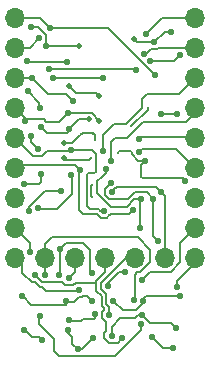
<source format=gbr>
%TF.GenerationSoftware,KiCad,Pcbnew,8.0.3+1*%
%TF.CreationDate,2024-06-24T22:52:21-04:00*%
%TF.ProjectId,RP2040_ZERO_REV,52503230-3430-45f5-9a45-524f5f524556,rev?*%
%TF.SameCoordinates,Original*%
%TF.FileFunction,Copper,L1,Top*%
%TF.FilePolarity,Positive*%
%FSLAX46Y46*%
G04 Gerber Fmt 4.6, Leading zero omitted, Abs format (unit mm)*
G04 Created by KiCad (PCBNEW 8.0.3+1) date 2024-06-24 22:52:21*
%MOMM*%
%LPD*%
G01*
G04 APERTURE LIST*
%TA.AperFunction,SMDPad,CuDef*%
%ADD10O,1.700000X1.700000*%
%TD*%
%TA.AperFunction,ViaPad*%
%ADD11C,0.300000*%
%TD*%
%TA.AperFunction,ViaPad*%
%ADD12C,0.500000*%
%TD*%
%TA.AperFunction,ViaPad*%
%ADD13C,0.590000*%
%TD*%
%TA.AperFunction,Conductor*%
%ADD14C,0.190000*%
%TD*%
G04 APERTURE END LIST*
D10*
%TO.P,,17*%
%TO.N,R17*%
X167640000Y-88530000D03*
%TD*%
%TO.P,,14*%
%TO.N,R14*%
X165100000Y-93610000D03*
%TD*%
%TO.P,,4*%
%TO.N,R4*%
X152400000Y-80910000D03*
%TD*%
%TO.P,,10*%
%TO.N,R10*%
X154940000Y-93610000D03*
%TD*%
%TO.P,,8*%
%TO.N,R8*%
X152400000Y-91070000D03*
%TD*%
%TO.P,,16*%
%TO.N,R16*%
X167640000Y-91070000D03*
%TD*%
%TO.P,,7*%
%TO.N,R7*%
X152400000Y-88530000D03*
%TD*%
%TO.P,,13*%
%TO.N,R13*%
X162560000Y-93610000D03*
%TD*%
%TO.P,,9*%
%TO.N,R9*%
X152400000Y-93610000D03*
%TD*%
%TO.P,,19*%
%TO.N,R19*%
X167640000Y-83450000D03*
%TD*%
%TO.P,,15*%
%TO.N,R15*%
X167640000Y-93610000D03*
%TD*%
%TO.P,,11*%
%TO.N,R11*%
X157480000Y-93610000D03*
%TD*%
%TO.P,,1*%
%TO.N,R1*%
X152400000Y-73290000D03*
%TD*%
%TO.P,,22*%
%TO.N,R22*%
X167640000Y-75830000D03*
%TD*%
%TO.P,,20*%
%TO.N,R20*%
X167640000Y-80910000D03*
%TD*%
%TO.P,,5*%
%TO.N,R5*%
X152400000Y-83450000D03*
%TD*%
%TO.P,,23*%
%TO.N,R23*%
X167640000Y-73290000D03*
%TD*%
%TO.P,,21*%
%TO.N,R21*%
X167640000Y-78370000D03*
%TD*%
%TO.P,,18*%
%TO.N,R18*%
X167640000Y-85990000D03*
%TD*%
%TO.P,,6*%
%TO.N,R6*%
X152400000Y-85990000D03*
%TD*%
%TO.P,,3*%
%TO.N,R3*%
X152400000Y-78370000D03*
%TD*%
%TO.P,,2*%
%TO.N,R2*%
X152400000Y-75830000D03*
%TD*%
%TO.P,,12*%
%TO.N,R12*%
X160020000Y-93610000D03*
%TD*%
D11*
%TO.N,R2*%
X162242592Y-82442592D03*
X163623841Y-80911744D03*
D12*
%TO.N,RX*%
X156990000Y-79070000D03*
X159490000Y-79850000D03*
D11*
%TO.N,R21*%
X162725002Y-81344999D03*
D12*
%TO.N,GND*%
X158655000Y-81865000D03*
%TO.N,5V*%
X162446697Y-75056697D03*
%TO.N,TX*%
X157810000Y-75640000D03*
D11*
%TO.N,SDA*%
X159160000Y-83635000D03*
D12*
X156571697Y-83838303D03*
%TO.N,R4*%
X159550000Y-81970000D03*
%TO.N,SCL*%
X156570000Y-85165000D03*
D11*
X158815000Y-85140000D03*
%TO.N,P20*%
X161110000Y-84705000D03*
D13*
%TO.N,P19*%
X160095000Y-86095319D03*
D11*
%TO.N,P5*%
X158925000Y-88405000D03*
X158925000Y-87385000D03*
D13*
%TO.N,GND*%
X154510000Y-80880000D03*
X163850001Y-76919757D03*
X157000000Y-82713614D03*
X166360000Y-76430000D03*
X153510000Y-79470000D03*
X154626587Y-82493019D03*
%TO.N,5V*%
X165610000Y-74450000D03*
X164184223Y-75332753D03*
%TO.N,3V*%
X166110000Y-81430000D03*
X164761587Y-81445015D03*
%TO.N,TX*%
X153746471Y-74016471D03*
X155030000Y-75647603D03*
%TO.N,RX*%
X156785787Y-76980000D03*
X153430000Y-76950000D03*
%TO.N,SDA*%
X154370481Y-84399638D03*
X153742273Y-83305763D03*
%TO.N,SCL*%
X153193194Y-87369137D03*
X154600000Y-86510660D03*
%TO.N,MISO*%
X160720000Y-97210000D03*
X163243443Y-97202180D03*
X166385959Y-96842571D03*
%TO.N,MOSI*%
X163173546Y-98410000D03*
X166030000Y-99550000D03*
X160570000Y-100160000D03*
%TO.N,SCLK*%
X160274265Y-95954265D03*
X161700000Y-94750000D03*
%TO.N,P9*%
X157700786Y-101305000D03*
X159024265Y-100365735D03*
X156880000Y-99680000D03*
%TO.N,P10*%
X163992892Y-100242892D03*
X165740000Y-101200000D03*
%TO.N,P18*%
X164090000Y-88590000D03*
X164500000Y-92140000D03*
X160560000Y-87210000D03*
%TO.N,P8*%
X157000000Y-98840000D03*
X154644315Y-100505000D03*
X159189998Y-98360000D03*
X153155217Y-99691092D03*
%TO.N,P7*%
X152950001Y-96834053D03*
X156706471Y-97233529D03*
X158900000Y-97210000D03*
%TO.N,P4*%
X154351470Y-89390000D03*
X157150000Y-86529756D03*
%TO.N,P5*%
X153591232Y-89639084D03*
X156300000Y-87930000D03*
%TO.N,P6*%
X156150000Y-95065000D03*
X156190000Y-92860000D03*
X158880000Y-94880000D03*
%TO.N,P20*%
X166810000Y-87054708D03*
X163440000Y-85351743D03*
%TO.N,P19*%
X162980000Y-91090000D03*
X163072031Y-88610000D03*
%TO.N,R1*%
X155340000Y-74120000D03*
X164240000Y-78130000D03*
%TO.N,R2*%
X154455001Y-75004999D03*
%TO.N,R3*%
X157335735Y-80344265D03*
X153830000Y-78370000D03*
%TO.N,R4*%
X153247226Y-81962187D03*
X156860002Y-81330000D03*
%TO.N,R5*%
X159911714Y-89589999D03*
X157125000Y-84455245D03*
%TO.N,R6*%
X162400000Y-89530000D03*
%TO.N,R8*%
X153692852Y-93093163D03*
%TO.N,R9*%
X157795214Y-96264368D03*
%TO.N,R10*%
X154920000Y-95040000D03*
X162443533Y-97190023D03*
%TO.N,R11*%
X163069239Y-99208157D03*
X156948721Y-95310000D03*
X154550000Y-98494875D03*
%TO.N,R12*%
X161450000Y-100390000D03*
X154055000Y-95056470D03*
%TO.N,R13*%
X160389998Y-98410000D03*
%TO.N,R14*%
X164737892Y-87967892D03*
X160590346Y-87989409D03*
%TO.N,R15*%
X166100000Y-96050000D03*
%TO.N,R16*%
X163120000Y-95490000D03*
%TO.N,R18*%
X162910000Y-84590000D03*
%TO.N,R19*%
X162900000Y-83540000D03*
%TO.N,R20*%
X160509283Y-85400741D03*
%TO.N,R21*%
X159830001Y-84520243D03*
%TO.N,R22*%
X162630000Y-77720000D03*
X155301704Y-77626196D03*
X163312244Y-76354759D03*
%TO.N,R23*%
X163499878Y-74620122D03*
X159860000Y-78320000D03*
X155581626Y-78375628D03*
%TO.N,R6*%
X157931884Y-86120001D03*
%TD*%
D14*
%TO.N,R21*%
X162725002Y-81344998D02*
X162750000Y-81320000D01*
X162725002Y-81344999D02*
X162725002Y-81344998D01*
%TO.N,R2*%
X162242592Y-82442592D02*
X163623841Y-81061343D01*
X163623841Y-81061343D02*
X163623841Y-80911744D01*
%TO.N,RX*%
X159490000Y-79850000D02*
X159290000Y-79650000D01*
X159290000Y-79650000D02*
X157570000Y-79650000D01*
X157570000Y-79650000D02*
X156990000Y-79070000D01*
%TO.N,R21*%
X162750000Y-81320000D02*
X163190000Y-80880000D01*
X161780000Y-82290000D02*
X162750000Y-81320000D01*
X159830001Y-84520243D02*
X159860000Y-84490244D01*
X159860000Y-84490244D02*
X159860000Y-83170000D01*
X159860000Y-83170000D02*
X160740000Y-82290000D01*
X160740000Y-82290000D02*
X161780000Y-82290000D01*
X163190000Y-80880000D02*
X163190000Y-80120000D01*
X163190000Y-80120000D02*
X163570000Y-79740000D01*
X163570000Y-79740000D02*
X166270000Y-79740000D01*
X166270000Y-79740000D02*
X167640000Y-78370000D01*
%TO.N,GND*%
X157848614Y-81865000D02*
X157000000Y-82713614D01*
X158655000Y-81865000D02*
X157848614Y-81865000D01*
%TO.N,R22*%
X163312244Y-76354759D02*
X163513688Y-76354759D01*
X163935694Y-75932753D02*
X164432752Y-75932753D01*
X163513688Y-76354759D02*
X163935694Y-75932753D01*
X164432752Y-75932753D02*
X164535505Y-75830000D01*
X164535505Y-75830000D02*
X167640000Y-75830000D01*
%TO.N,GND*%
X163850001Y-76919757D02*
X165870243Y-76919757D01*
X165870243Y-76919757D02*
X166360000Y-76430000D01*
%TO.N,5V*%
X162446697Y-75056697D02*
X162722753Y-75332753D01*
X162722753Y-75332753D02*
X164184223Y-75332753D01*
%TO.N,R23*%
X163499878Y-74620122D02*
X164830000Y-73290000D01*
X164830000Y-73290000D02*
X167640000Y-73290000D01*
%TO.N,TX*%
X155037603Y-75640000D02*
X155030000Y-75647603D01*
X157810000Y-75640000D02*
X155037603Y-75640000D01*
%TO.N,SDA*%
X157251697Y-83838303D02*
X156571697Y-83838303D01*
X158970000Y-83000000D02*
X159030000Y-83060000D01*
X158120000Y-82970000D02*
X157870000Y-83220000D01*
X159160000Y-83635000D02*
X159160000Y-83190000D01*
X158940000Y-82970000D02*
X158500000Y-82970000D01*
X157870000Y-83220000D02*
X157251697Y-83838303D01*
X159160000Y-83190000D02*
X158970000Y-83000000D01*
X158500000Y-82970000D02*
X158120000Y-82970000D01*
X159030000Y-83060000D02*
X158940000Y-82970000D01*
%TO.N,GND*%
X157000000Y-82713614D02*
X157000000Y-82750000D01*
X157000000Y-82750000D02*
X156770000Y-82980000D01*
X156770000Y-82980000D02*
X155113568Y-82980000D01*
X155113568Y-82980000D02*
X154626587Y-82493019D01*
%TO.N,R4*%
X158910000Y-81330000D02*
X156860002Y-81330000D01*
X159550000Y-81970000D02*
X158910000Y-81330000D01*
%TO.N,R20*%
X160509283Y-85400741D02*
X160509283Y-83805717D01*
X160509283Y-83805717D02*
X160875000Y-83440000D01*
X160875000Y-83440000D02*
X161890000Y-83440000D01*
X161890000Y-83440000D02*
X163270000Y-82060000D01*
X163270000Y-82060000D02*
X166891883Y-82060000D01*
X166891883Y-82060000D02*
X167640000Y-81311883D01*
X167640000Y-81311883D02*
X167640000Y-80910000D01*
%TO.N,SCL*%
X156705000Y-85300000D02*
X156570000Y-85165000D01*
X158080000Y-85300000D02*
X156705000Y-85300000D01*
X158815000Y-85140000D02*
X158655000Y-85300000D01*
X158655000Y-85300000D02*
X158080000Y-85300000D01*
%TO.N,R5*%
X159911714Y-89589999D02*
X159628872Y-89589999D01*
X159628872Y-89589999D02*
X159488873Y-89450000D01*
X158780000Y-89450000D02*
X158490000Y-89160000D01*
X159488873Y-89450000D02*
X158780000Y-89450000D01*
X158944759Y-84455245D02*
X157125000Y-84455245D01*
X158490000Y-89160000D02*
X158490000Y-86530000D01*
X158490000Y-86530000D02*
X158600000Y-86420000D01*
X158600000Y-86420000D02*
X159100000Y-86420000D01*
X159100000Y-86420000D02*
X159230000Y-86290000D01*
X159230000Y-86290000D02*
X159250000Y-86290000D01*
X159250000Y-86290000D02*
X159250000Y-84760486D01*
X159250000Y-84760486D02*
X158944759Y-84455245D01*
%TO.N,R6*%
X159691471Y-90190000D02*
X160188529Y-90190000D01*
X158130000Y-89830000D02*
X159331471Y-89830000D01*
X157931884Y-86247626D02*
X157810000Y-86369510D01*
X157931884Y-86120001D02*
X157931884Y-86247626D01*
X160188529Y-90190000D02*
X160304265Y-90074265D01*
X160538530Y-89840000D02*
X162090000Y-89840000D01*
X152690000Y-85700000D02*
X152400000Y-85990000D01*
X157810000Y-89510000D02*
X158130000Y-89830000D01*
X157511883Y-85700000D02*
X152690000Y-85700000D01*
X157931884Y-86120001D02*
X157511883Y-85700000D01*
X159331471Y-89830000D02*
X159691471Y-90190000D01*
X157810000Y-86369510D02*
X157810000Y-89510000D01*
X160304265Y-90074265D02*
X160538530Y-89840000D01*
X162090000Y-89840000D02*
X162400000Y-89530000D01*
%TO.N,P20*%
X161250000Y-84520000D02*
X162140000Y-84520000D01*
X162851499Y-85351743D02*
X163440000Y-85351743D01*
X162270000Y-84650000D02*
X162270000Y-84770244D01*
X162270000Y-84770244D02*
X162851499Y-85351743D01*
X162140000Y-84520000D02*
X162270000Y-84650000D01*
X161110000Y-84705000D02*
X161110000Y-84660000D01*
X161110000Y-84660000D02*
X161250000Y-84520000D01*
%TO.N,P19*%
X163072031Y-88610000D02*
X162499756Y-88610000D01*
X162499756Y-88610000D02*
X161849756Y-89260000D01*
X161849756Y-89260000D02*
X160503291Y-89260000D01*
X160503291Y-89260000D02*
X159360000Y-88116709D01*
X160095000Y-86377434D02*
X160095000Y-86095319D01*
X159360000Y-88116709D02*
X159360000Y-87112434D01*
X159360000Y-87112434D02*
X159546217Y-86926217D01*
X159546217Y-86926217D02*
X159642433Y-86830000D01*
X159642433Y-86830000D02*
X159642434Y-86830000D01*
X159642434Y-86830000D02*
X160095000Y-86377434D01*
%TO.N,P18*%
X160560000Y-87210000D02*
X160549511Y-87210000D01*
X160549511Y-87210000D02*
X160010346Y-87749165D01*
X163530000Y-88030000D02*
X164090000Y-88590000D01*
X160010346Y-87749165D02*
X160010346Y-88229653D01*
X160010346Y-88229653D02*
X160390693Y-88610000D01*
X160390693Y-88610000D02*
X161939756Y-88610000D01*
X161939756Y-88610000D02*
X162519756Y-88030000D01*
X162519756Y-88030000D02*
X163530000Y-88030000D01*
%TO.N,R14*%
X160590346Y-87989409D02*
X160789755Y-87790000D01*
X160789755Y-87790000D02*
X160800244Y-87790000D01*
X160800244Y-87790000D02*
X161030244Y-87560000D01*
X161030244Y-87560000D02*
X164330000Y-87560000D01*
X164330000Y-87560000D02*
X164737892Y-87967892D01*
%TO.N,P5*%
X158870000Y-87440000D02*
X158925000Y-87385000D01*
X158925000Y-88405000D02*
X158870000Y-88350000D01*
X158870000Y-88350000D02*
X158870000Y-87440000D01*
%TO.N,R5*%
X153949638Y-84999638D02*
X152400000Y-83450000D01*
X155110000Y-84540000D02*
X154650362Y-84999638D01*
X157125000Y-84455245D02*
X156884755Y-84455245D01*
X154650362Y-84999638D02*
X153949638Y-84999638D01*
X156884755Y-84455245D02*
X156800000Y-84540000D01*
X156800000Y-84540000D02*
X155110000Y-84540000D01*
%TO.N,R4*%
X153379413Y-81830000D02*
X153247226Y-81962187D01*
X156860002Y-81330000D02*
X156150002Y-82040000D01*
X156150002Y-82040000D02*
X155020000Y-82040000D01*
X155020000Y-82040000D02*
X154810000Y-81830000D01*
X154810000Y-81830000D02*
X153379413Y-81830000D01*
%TO.N,P5*%
X156300000Y-87930000D02*
X154962941Y-87930000D01*
X154962941Y-87930000D02*
X153591232Y-89301709D01*
X153591232Y-89301709D02*
X153591232Y-89639084D01*
%TO.N,GND*%
X153510000Y-79470000D02*
X154470000Y-80430000D01*
X154470000Y-80840000D02*
X154510000Y-80880000D01*
X154470000Y-80430000D02*
X154470000Y-80840000D01*
%TO.N,5V*%
X165066976Y-74450000D02*
X165610000Y-74450000D01*
X164184223Y-75332753D02*
X165066976Y-74450000D01*
%TO.N,3V*%
X164776602Y-81430000D02*
X164761587Y-81445015D01*
X166110000Y-81430000D02*
X164776602Y-81430000D01*
%TO.N,TX*%
X153746471Y-74016471D02*
X154315002Y-74016471D01*
X155055001Y-74756470D02*
X155055001Y-75622602D01*
X154315002Y-74016471D02*
X155055001Y-74756470D01*
X155055001Y-75622602D02*
X155030000Y-75647603D01*
%TO.N,RX*%
X156739591Y-77026196D02*
X153506196Y-77026196D01*
X153506196Y-77026196D02*
X153430000Y-76950000D01*
X156785787Y-76980000D02*
X156739591Y-77026196D01*
%TO.N,SDA*%
X153740000Y-83769157D02*
X153740000Y-83308036D01*
X153740000Y-83308036D02*
X153742273Y-83305763D01*
X154370481Y-84399638D02*
X153740000Y-83769157D01*
%TO.N,SCL*%
X154600000Y-86510660D02*
X154600000Y-87170000D01*
X154600000Y-87170000D02*
X154400863Y-87369137D01*
X154400863Y-87369137D02*
X153193194Y-87369137D01*
%TO.N,MISO*%
X166383388Y-96840000D02*
X166385959Y-96842571D01*
X160720000Y-97210000D02*
X161530000Y-98020000D01*
X161530000Y-98020000D02*
X162644313Y-98020000D01*
X163243443Y-97420870D02*
X163243443Y-97202180D01*
X163243443Y-97066557D02*
X163470000Y-96840000D01*
X162644313Y-98020000D02*
X163243443Y-97420870D01*
X163470000Y-96840000D02*
X166383388Y-96840000D01*
X163243443Y-97202180D02*
X163243443Y-97066557D01*
%TO.N,MOSI*%
X165570000Y-99090000D02*
X166030000Y-99550000D01*
X160570000Y-100160000D02*
X160570000Y-99440000D01*
X163810000Y-99090000D02*
X165570000Y-99090000D01*
X162520000Y-98710000D02*
X162820000Y-98410000D01*
X162820000Y-98410000D02*
X163173546Y-98410000D01*
X161300000Y-98710000D02*
X162520000Y-98710000D01*
X160570000Y-99440000D02*
X161300000Y-98710000D01*
X163173546Y-98410000D02*
X163173546Y-98453546D01*
X163173546Y-98453546D02*
X163810000Y-99090000D01*
%TO.N,SCLK*%
X161195686Y-94750000D02*
X161700000Y-94750000D01*
X160274265Y-95671421D02*
X161195686Y-94750000D01*
X160274265Y-95954265D02*
X160274265Y-95671421D01*
%TO.N,P9*%
X158070000Y-101320000D02*
X158010000Y-101320000D01*
X159024265Y-100365735D02*
X158070000Y-101320000D01*
X156880000Y-99680000D02*
X156880000Y-99920000D01*
X158055000Y-101305000D02*
X158070000Y-101320000D01*
X156880000Y-99920000D02*
X157250000Y-100290000D01*
X157700786Y-101305000D02*
X158055000Y-101305000D01*
X157250000Y-100854214D02*
X157700786Y-101305000D01*
X157250000Y-100290000D02*
X157250000Y-100854214D01*
%TO.N,P10*%
X164950000Y-101200000D02*
X165740000Y-101200000D01*
X163992892Y-100242892D02*
X164950000Y-101200000D01*
%TO.N,P18*%
X164090000Y-91730000D02*
X164090000Y-88590000D01*
X164500000Y-92140000D02*
X164090000Y-91730000D01*
%TO.N,P8*%
X159189998Y-98650002D02*
X159100000Y-98740000D01*
X153155217Y-99691092D02*
X153261092Y-99691092D01*
X159189998Y-98360000D02*
X159189998Y-98650002D01*
X158150000Y-98740000D02*
X157980000Y-98910000D01*
X159100000Y-98740000D02*
X158150000Y-98740000D01*
X153261092Y-99691092D02*
X153840000Y-100270000D01*
X157070000Y-98910000D02*
X157000000Y-98840000D01*
X157980000Y-98910000D02*
X157070000Y-98910000D01*
X154409315Y-100270000D02*
X154644315Y-100505000D01*
X153840000Y-100270000D02*
X154409315Y-100270000D01*
%TO.N,P7*%
X156706471Y-97570000D02*
X153780000Y-97570000D01*
X158043743Y-96864368D02*
X157845632Y-96864368D01*
X156706471Y-97233529D02*
X156846471Y-97233529D01*
X157390000Y-97320000D02*
X156792942Y-97320000D01*
X158068111Y-96840000D02*
X158043743Y-96864368D01*
X153780000Y-97570000D02*
X153044053Y-96834053D01*
X158530000Y-96840000D02*
X158068111Y-96840000D01*
X158900000Y-97210000D02*
X158530000Y-96840000D01*
X156706471Y-97233529D02*
X156706471Y-97570000D01*
X153044053Y-96834053D02*
X152950001Y-96834053D01*
X157845632Y-96864368D02*
X157390000Y-97320000D01*
X156792942Y-97320000D02*
X156706471Y-97233529D01*
%TO.N,P6*%
X158140000Y-92340000D02*
X156710000Y-92340000D01*
X158740000Y-94740000D02*
X158740000Y-92940000D01*
X158880000Y-94880000D02*
X158740000Y-94740000D01*
X158740000Y-92940000D02*
X158140000Y-92340000D01*
X156190000Y-95025000D02*
X156190000Y-92860000D01*
X156150000Y-95065000D02*
X156190000Y-95025000D01*
X156710000Y-92340000D02*
X156190000Y-92860000D01*
%TO.N,P20*%
X163060000Y-86700000D02*
X163210000Y-86850000D01*
X163210000Y-86850000D02*
X166605292Y-86850000D01*
X163440000Y-85351743D02*
X163060000Y-85731743D01*
X166605292Y-86850000D02*
X166810000Y-87054708D01*
X163060000Y-85731743D02*
X163060000Y-86700000D01*
%TO.N,P19*%
X163072031Y-88610000D02*
X162980000Y-88702031D01*
X162980000Y-88702031D02*
X162980000Y-91090000D01*
%TO.N,R1*%
X154510000Y-73290000D02*
X155340000Y-74120000D01*
X160230000Y-74120000D02*
X155340000Y-74120000D01*
X152400000Y-73290000D02*
X154510000Y-73290000D01*
X164240000Y-78130000D02*
X160230000Y-74120000D01*
%TO.N,R2*%
X153630000Y-75830000D02*
X152400000Y-75830000D01*
X154455001Y-75004999D02*
X153630000Y-75830000D01*
%TO.N,R3*%
X153830000Y-78370000D02*
X152400000Y-78370000D01*
X155200000Y-79740000D02*
X156731470Y-79740000D01*
X156731470Y-79740000D02*
X157335735Y-80344265D01*
X153830000Y-78370000D02*
X155200000Y-79740000D01*
%TO.N,R4*%
X153247226Y-81757226D02*
X152400000Y-80910000D01*
X153247226Y-81962187D02*
X153247226Y-81757226D01*
%TO.N,R8*%
X153692852Y-92362852D02*
X152400000Y-91070000D01*
X153692852Y-93093163D02*
X153692852Y-92362852D01*
%TO.N,R9*%
X154089314Y-95656470D02*
X153806471Y-95656470D01*
X154665000Y-96045000D02*
X154477844Y-96045000D01*
X155050000Y-96430000D02*
X154665000Y-96045000D01*
X157795214Y-96264368D02*
X157629582Y-96430000D01*
X157629582Y-96430000D02*
X155050000Y-96430000D01*
X153008339Y-94218339D02*
X152400000Y-93610000D01*
X154477844Y-96045000D02*
X154089314Y-95656470D01*
X153008339Y-94858338D02*
X153008339Y-94218339D01*
X153806471Y-95656470D02*
X153008339Y-94858338D01*
%TO.N,R10*%
X163860000Y-93936346D02*
X163860000Y-92940000D01*
X154920000Y-95040000D02*
X154940000Y-95020000D01*
X162520000Y-95020000D02*
X162720000Y-94820000D01*
X162720000Y-94820000D02*
X162976346Y-94820000D01*
X162443533Y-97190023D02*
X162520000Y-97113556D01*
X154940000Y-95020000D02*
X154940000Y-93610000D01*
X162770000Y-91850000D02*
X155540000Y-91850000D01*
X155540000Y-91850000D02*
X154940000Y-92450000D01*
X162520000Y-97113556D02*
X162520000Y-95020000D01*
X162976346Y-94820000D02*
X163860000Y-93936346D01*
X163860000Y-92940000D02*
X162770000Y-91850000D01*
X154940000Y-92450000D02*
X154940000Y-93610000D01*
%TO.N,R11*%
X155686961Y-100929572D02*
X155690000Y-100926533D01*
X155690000Y-100426606D02*
X155693303Y-100423303D01*
X163069239Y-99208157D02*
X163069239Y-99700761D01*
X157480000Y-94778721D02*
X157480000Y-93610000D01*
X154450000Y-99180000D02*
X154450000Y-98594875D01*
X154450000Y-98594875D02*
X154550000Y-98494875D01*
X155690000Y-100926533D02*
X155690000Y-100426606D01*
X156145000Y-101905000D02*
X155686961Y-101446961D01*
X163069239Y-99700761D02*
X160865000Y-101905000D01*
X156948721Y-95310000D02*
X157480000Y-94778721D01*
X155693303Y-100423303D02*
X154450000Y-99180000D01*
X155686961Y-101446961D02*
X155686961Y-100929572D01*
X160865000Y-101905000D02*
X156145000Y-101905000D01*
%TO.N,R12*%
X160020000Y-94822598D02*
X159274265Y-95568333D01*
X156650000Y-95890000D02*
X157322054Y-95890000D01*
X159970000Y-100408529D02*
X160321471Y-100760000D01*
X160130000Y-99001832D02*
X160130000Y-99751471D01*
X159720000Y-96814215D02*
X159720000Y-97624215D01*
X159789998Y-98161471D02*
X159789998Y-98661830D01*
X161080000Y-100760000D02*
X161450000Y-100390000D01*
X156405000Y-95645000D02*
X156650000Y-95890000D01*
X159274265Y-95568333D02*
X159274265Y-96368480D01*
X159930000Y-98021469D02*
X159789998Y-98161471D01*
X159274265Y-96368480D02*
X159720000Y-96814215D01*
X159720000Y-97624215D02*
X159930000Y-97834215D01*
X159602054Y-93610000D02*
X160020000Y-93610000D01*
X159789998Y-98661830D02*
X160130000Y-99001832D01*
X157527686Y-95684368D02*
X158035458Y-95684368D01*
X160321471Y-100760000D02*
X161080000Y-100760000D01*
X160130000Y-99751471D02*
X159970000Y-99911471D01*
X159970000Y-99911471D02*
X159970000Y-100408529D01*
X154055000Y-95056470D02*
X154643530Y-95645000D01*
X157322054Y-95890000D02*
X157527686Y-95684368D01*
X159930000Y-97834215D02*
X159930000Y-98021469D01*
X158035458Y-95684368D02*
X158061090Y-95710000D01*
X160020000Y-93610000D02*
X160020000Y-94822598D01*
X158061090Y-95710000D02*
X159214265Y-95710000D01*
X159214265Y-95710000D02*
X159274265Y-95770000D01*
X154643530Y-95645000D02*
X156405000Y-95645000D01*
%TO.N,R13*%
X160120000Y-96648529D02*
X159674265Y-96202794D01*
X159674265Y-96202794D02*
X159674265Y-95705735D01*
X159674265Y-95705735D02*
X161770000Y-93610000D01*
X161770000Y-93610000D02*
X162560000Y-93610000D01*
X160389998Y-97728527D02*
X160120000Y-97458529D01*
X160120000Y-97458529D02*
X160120000Y-96648529D01*
X160389998Y-98410000D02*
X160389998Y-97728527D01*
%TO.N,R14*%
X165100000Y-88330000D02*
X165100000Y-93610000D01*
X164737892Y-87967892D02*
X165100000Y-88330000D01*
%TO.N,R15*%
X166100000Y-95550000D02*
X167640000Y-94010000D01*
X166100000Y-96050000D02*
X166100000Y-95550000D01*
X167640000Y-94010000D02*
X167640000Y-93610000D01*
%TO.N,R16*%
X166370000Y-92340000D02*
X167640000Y-91070000D01*
X163120000Y-95490000D02*
X163850000Y-94760000D01*
X165576346Y-94760000D02*
X166370000Y-93966346D01*
X163850000Y-94760000D02*
X165576346Y-94760000D01*
X166370000Y-93966346D02*
X166370000Y-92340000D01*
%TO.N,R18*%
X164910000Y-84340000D02*
X163160000Y-84340000D01*
X167640000Y-85990000D02*
X165990000Y-84340000D01*
X163160000Y-84340000D02*
X162910000Y-84590000D01*
X165990000Y-84340000D02*
X164910000Y-84340000D01*
%TO.N,R19*%
X167640000Y-83450000D02*
X167580000Y-83390000D01*
X167580000Y-83390000D02*
X163050000Y-83390000D01*
X163050000Y-83390000D02*
X162900000Y-83540000D01*
%TO.N,R22*%
X162490000Y-77580000D02*
X162630000Y-77720000D01*
X155347900Y-77580000D02*
X162490000Y-77580000D01*
X155301704Y-77626196D02*
X155347900Y-77580000D01*
%TO.N,R23*%
X155637254Y-78320000D02*
X155581626Y-78375628D01*
X159860000Y-78320000D02*
X155637254Y-78320000D01*
%TO.N,GND*%
X154850000Y-82716432D02*
X154626587Y-82493019D01*
%TO.N,P4*%
X157150000Y-86529756D02*
X157259976Y-86639732D01*
X157259976Y-86639732D02*
X157259976Y-88150024D01*
X157259976Y-88150024D02*
X155960000Y-89450000D01*
X155960000Y-89450000D02*
X154411470Y-89450000D01*
X154411470Y-89450000D02*
X154351470Y-89390000D01*
%TD*%
M02*

</source>
